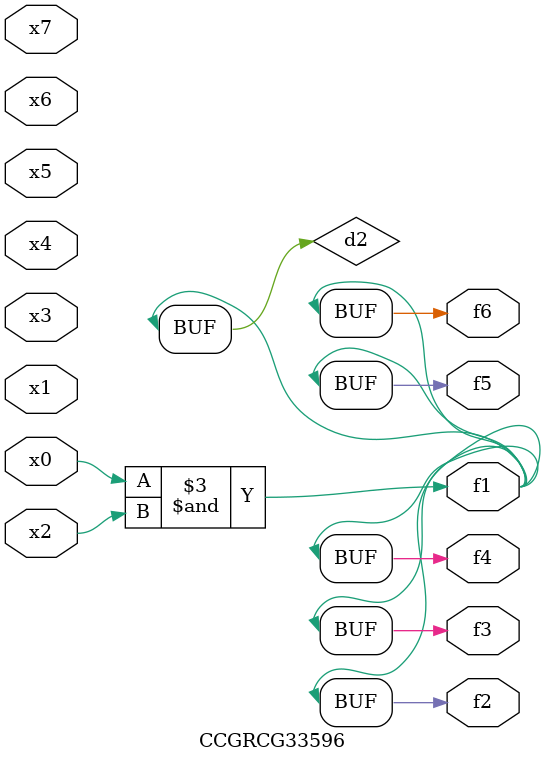
<source format=v>
module CCGRCG33596(
	input x0, x1, x2, x3, x4, x5, x6, x7,
	output f1, f2, f3, f4, f5, f6
);

	wire d1, d2;

	nor (d1, x3, x6);
	and (d2, x0, x2);
	assign f1 = d2;
	assign f2 = d2;
	assign f3 = d2;
	assign f4 = d2;
	assign f5 = d2;
	assign f6 = d2;
endmodule

</source>
